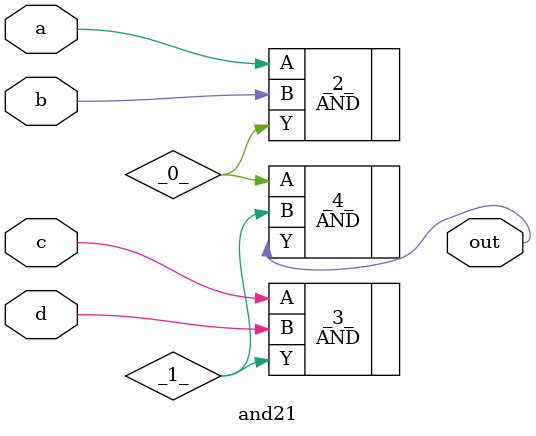
<source format=v>
/* Generated by Yosys 0.41+83 (git sha1 7045cf509, x86_64-w64-mingw32-g++ 13.2.1 -Os) */

/* cells_not_processed =  1  */
/* src = "and21.v:3.1-13.10" */
module and21(a, b, c, d, out);
  wire _0_;
  wire _1_;
  /* src = "and21.v:4.9-4.10" */
  input a;
  wire a;
  /* src = "and21.v:5.9-5.10" */
  input b;
  wire b;
  /* src = "and21.v:6.9-6.10" */
  input c;
  wire c;
  /* src = "and21.v:7.9-7.10" */
  input d;
  wire d;
  /* src = "and21.v:8.10-8.13" */
  output out;
  wire out;
  AND _2_ (
    .A(a),
    .B(b),
    .Y(_0_)
  );
  AND _3_ (
    .A(c),
    .B(d),
    .Y(_1_)
  );
  AND _4_ (
    .A(_0_),
    .B(_1_),
    .Y(out)
  );
endmodule

</source>
